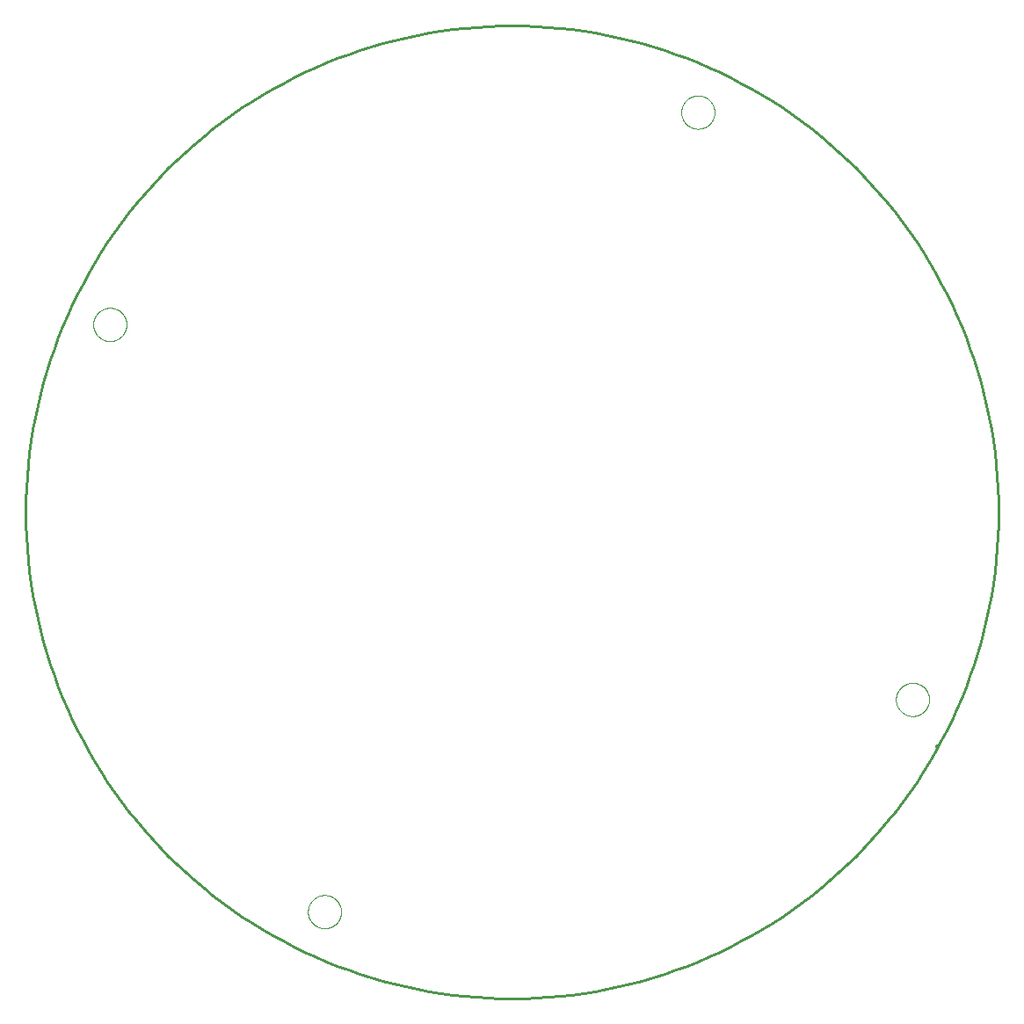
<source format=gtp>
G04 EAGLE Gerber X2 export*
G75*
%MOMM*%
%FSLAX34Y34*%
%LPD*%
%AMOC8*
5,1,8,0,0,1.08239X$1,22.5*%
G01*
%ADD10C,0.254000*%
%ADD11C,0.406400*%
%ADD12C,0.000000*%


D10*
X-468441Y-1524D02*
X-468300Y9972D01*
X-467877Y21461D01*
X-467172Y32937D01*
X-466185Y44391D01*
X-464918Y55818D01*
X-463371Y67211D01*
X-461544Y78562D01*
X-459440Y89864D01*
X-457059Y101112D01*
X-454402Y112298D01*
X-451472Y123415D01*
X-448270Y134457D01*
X-444798Y145417D01*
X-441058Y156289D01*
X-437052Y167066D01*
X-432783Y177741D01*
X-428253Y188308D01*
X-423466Y198760D01*
X-418423Y209092D01*
X-413128Y219298D01*
X-407584Y229370D01*
X-401795Y239303D01*
X-395764Y249091D01*
X-389494Y258728D01*
X-382990Y268208D01*
X-376255Y277526D01*
X-369294Y286676D01*
X-362110Y295652D01*
X-354708Y304449D01*
X-347092Y313062D01*
X-339267Y321485D01*
X-331238Y329714D01*
X-323009Y337743D01*
X-314586Y345568D01*
X-305973Y353184D01*
X-297176Y360586D01*
X-288200Y367770D01*
X-279050Y374731D01*
X-269732Y381466D01*
X-260252Y387970D01*
X-250615Y394240D01*
X-240827Y400271D01*
X-230894Y406060D01*
X-220822Y411604D01*
X-210616Y416899D01*
X-200284Y421942D01*
X-189832Y426729D01*
X-179265Y431259D01*
X-168590Y435528D01*
X-157813Y439534D01*
X-146941Y443274D01*
X-135981Y446746D01*
X-124939Y449948D01*
X-113822Y452878D01*
X-102636Y455535D01*
X-91388Y457916D01*
X-80086Y460020D01*
X-68735Y461847D01*
X-57342Y463394D01*
X-45915Y464661D01*
X-34461Y465648D01*
X-22985Y466353D01*
X-11496Y466776D01*
X0Y466917D01*
X11496Y466776D01*
X22985Y466353D01*
X34461Y465648D01*
X45915Y464661D01*
X57342Y463394D01*
X68735Y461847D01*
X80086Y460020D01*
X91388Y457916D01*
X102636Y455535D01*
X113822Y452878D01*
X124939Y449948D01*
X135981Y446746D01*
X146941Y443274D01*
X157813Y439534D01*
X168590Y435528D01*
X179265Y431259D01*
X189832Y426729D01*
X200284Y421942D01*
X210616Y416899D01*
X220822Y411604D01*
X230894Y406060D01*
X240827Y400271D01*
X250615Y394240D01*
X260252Y387970D01*
X269732Y381466D01*
X279050Y374731D01*
X288200Y367770D01*
X297176Y360586D01*
X305973Y353184D01*
X314586Y345568D01*
X323009Y337743D01*
X331238Y329714D01*
X339267Y321485D01*
X347092Y313062D01*
X354708Y304449D01*
X362110Y295652D01*
X369294Y286676D01*
X376255Y277526D01*
X382990Y268208D01*
X389494Y258728D01*
X395764Y249091D01*
X401795Y239303D01*
X407584Y229370D01*
X413128Y219298D01*
X418423Y209092D01*
X423466Y198760D01*
X428253Y188308D01*
X432783Y177741D01*
X437052Y167066D01*
X441058Y156289D01*
X444798Y145417D01*
X448270Y134457D01*
X451472Y123415D01*
X454402Y112298D01*
X457059Y101112D01*
X459440Y89864D01*
X461544Y78562D01*
X463371Y67211D01*
X464918Y55818D01*
X466185Y44391D01*
X467172Y32937D01*
X467877Y21461D01*
X468300Y9972D01*
X468441Y-1524D01*
X468300Y-13020D01*
X467877Y-24509D01*
X467172Y-35985D01*
X466185Y-47439D01*
X464918Y-58866D01*
X463371Y-70259D01*
X461544Y-81610D01*
X459440Y-92912D01*
X457059Y-104160D01*
X454402Y-115346D01*
X451472Y-126463D01*
X448270Y-137505D01*
X444798Y-148465D01*
X441058Y-159337D01*
X437052Y-170114D01*
X432783Y-180789D01*
X428253Y-191356D01*
X423466Y-201808D01*
X418423Y-212140D01*
X413128Y-222346D01*
X407584Y-232418D01*
X401795Y-242351D01*
X395764Y-252139D01*
X389494Y-261776D01*
X382990Y-271256D01*
X376255Y-280574D01*
X369294Y-289724D01*
X362110Y-298700D01*
X354708Y-307497D01*
X347092Y-316110D01*
X339267Y-324533D01*
X331238Y-332762D01*
X323009Y-340791D01*
X314586Y-348616D01*
X305973Y-356232D01*
X297176Y-363634D01*
X288200Y-370818D01*
X279050Y-377779D01*
X269732Y-384514D01*
X260252Y-391018D01*
X250615Y-397288D01*
X240827Y-403319D01*
X230894Y-409108D01*
X220822Y-414652D01*
X210616Y-419947D01*
X200284Y-424990D01*
X189832Y-429777D01*
X179265Y-434307D01*
X168590Y-438576D01*
X157813Y-442582D01*
X146941Y-446322D01*
X135981Y-449794D01*
X124939Y-452996D01*
X113822Y-455926D01*
X102636Y-458583D01*
X91388Y-460964D01*
X80086Y-463068D01*
X68735Y-464895D01*
X57342Y-466442D01*
X45915Y-467709D01*
X34461Y-468696D01*
X22985Y-469401D01*
X11496Y-469824D01*
X0Y-469965D01*
X-11496Y-469824D01*
X-22985Y-469401D01*
X-34461Y-468696D01*
X-45915Y-467709D01*
X-57342Y-466442D01*
X-68735Y-464895D01*
X-80086Y-463068D01*
X-91388Y-460964D01*
X-102636Y-458583D01*
X-113822Y-455926D01*
X-124939Y-452996D01*
X-135981Y-449794D01*
X-146941Y-446322D01*
X-157813Y-442582D01*
X-168590Y-438576D01*
X-179265Y-434307D01*
X-189832Y-429777D01*
X-200284Y-424990D01*
X-210616Y-419947D01*
X-220822Y-414652D01*
X-230894Y-409108D01*
X-240827Y-403319D01*
X-250615Y-397288D01*
X-260252Y-391018D01*
X-269732Y-384514D01*
X-279050Y-377779D01*
X-288200Y-370818D01*
X-297176Y-363634D01*
X-305973Y-356232D01*
X-314586Y-348616D01*
X-323009Y-340791D01*
X-331238Y-332762D01*
X-339267Y-324533D01*
X-347092Y-316110D01*
X-354708Y-307497D01*
X-362110Y-298700D01*
X-369294Y-289724D01*
X-376255Y-280574D01*
X-382990Y-271256D01*
X-389494Y-261776D01*
X-395764Y-252139D01*
X-401795Y-242351D01*
X-407584Y-232418D01*
X-413128Y-222346D01*
X-418423Y-212140D01*
X-423466Y-201808D01*
X-428253Y-191356D01*
X-432783Y-180789D01*
X-437052Y-170114D01*
X-441058Y-159337D01*
X-444798Y-148465D01*
X-448270Y-137505D01*
X-451472Y-126463D01*
X-454402Y-115346D01*
X-457059Y-104160D01*
X-459440Y-92912D01*
X-461544Y-81610D01*
X-463371Y-70259D01*
X-464918Y-58866D01*
X-466185Y-47439D01*
X-467172Y-35985D01*
X-467877Y-24509D01*
X-468300Y-13020D01*
X-468441Y-1524D01*
D11*
X409634Y-227580D02*
X409742Y-227350D01*
D12*
X163070Y383540D02*
X163075Y383933D01*
X163089Y384325D01*
X163113Y384717D01*
X163147Y385108D01*
X163190Y385499D01*
X163243Y385888D01*
X163306Y386275D01*
X163377Y386661D01*
X163459Y387046D01*
X163549Y387428D01*
X163650Y387807D01*
X163759Y388185D01*
X163878Y388559D01*
X164005Y388930D01*
X164142Y389298D01*
X164288Y389663D01*
X164443Y390024D01*
X164606Y390381D01*
X164778Y390734D01*
X164959Y391082D01*
X165149Y391426D01*
X165346Y391766D01*
X165552Y392100D01*
X165766Y392429D01*
X165989Y392753D01*
X166219Y393071D01*
X166456Y393384D01*
X166702Y393690D01*
X166955Y393991D01*
X167215Y394285D01*
X167482Y394573D01*
X167756Y394854D01*
X168037Y395128D01*
X168325Y395395D01*
X168619Y395655D01*
X168920Y395908D01*
X169226Y396154D01*
X169539Y396391D01*
X169857Y396621D01*
X170181Y396844D01*
X170510Y397058D01*
X170844Y397264D01*
X171184Y397461D01*
X171528Y397651D01*
X171876Y397832D01*
X172229Y398004D01*
X172586Y398167D01*
X172947Y398322D01*
X173312Y398468D01*
X173680Y398605D01*
X174051Y398732D01*
X174425Y398851D01*
X174803Y398960D01*
X175182Y399061D01*
X175564Y399151D01*
X175949Y399233D01*
X176335Y399304D01*
X176722Y399367D01*
X177111Y399420D01*
X177502Y399463D01*
X177893Y399497D01*
X178285Y399521D01*
X178677Y399535D01*
X179070Y399540D01*
X179463Y399535D01*
X179855Y399521D01*
X180247Y399497D01*
X180638Y399463D01*
X181029Y399420D01*
X181418Y399367D01*
X181805Y399304D01*
X182191Y399233D01*
X182576Y399151D01*
X182958Y399061D01*
X183337Y398960D01*
X183715Y398851D01*
X184089Y398732D01*
X184460Y398605D01*
X184828Y398468D01*
X185193Y398322D01*
X185554Y398167D01*
X185911Y398004D01*
X186264Y397832D01*
X186612Y397651D01*
X186956Y397461D01*
X187296Y397264D01*
X187630Y397058D01*
X187959Y396844D01*
X188283Y396621D01*
X188601Y396391D01*
X188914Y396154D01*
X189220Y395908D01*
X189521Y395655D01*
X189815Y395395D01*
X190103Y395128D01*
X190384Y394854D01*
X190658Y394573D01*
X190925Y394285D01*
X191185Y393991D01*
X191438Y393690D01*
X191684Y393384D01*
X191921Y393071D01*
X192151Y392753D01*
X192374Y392429D01*
X192588Y392100D01*
X192794Y391766D01*
X192991Y391426D01*
X193181Y391082D01*
X193362Y390734D01*
X193534Y390381D01*
X193697Y390024D01*
X193852Y389663D01*
X193998Y389298D01*
X194135Y388930D01*
X194262Y388559D01*
X194381Y388185D01*
X194490Y387807D01*
X194591Y387428D01*
X194681Y387046D01*
X194763Y386661D01*
X194834Y386275D01*
X194897Y385888D01*
X194950Y385499D01*
X194993Y385108D01*
X195027Y384717D01*
X195051Y384325D01*
X195065Y383933D01*
X195070Y383540D01*
X195065Y383147D01*
X195051Y382755D01*
X195027Y382363D01*
X194993Y381972D01*
X194950Y381581D01*
X194897Y381192D01*
X194834Y380805D01*
X194763Y380419D01*
X194681Y380034D01*
X194591Y379652D01*
X194490Y379273D01*
X194381Y378895D01*
X194262Y378521D01*
X194135Y378150D01*
X193998Y377782D01*
X193852Y377417D01*
X193697Y377056D01*
X193534Y376699D01*
X193362Y376346D01*
X193181Y375998D01*
X192991Y375654D01*
X192794Y375314D01*
X192588Y374980D01*
X192374Y374651D01*
X192151Y374327D01*
X191921Y374009D01*
X191684Y373696D01*
X191438Y373390D01*
X191185Y373089D01*
X190925Y372795D01*
X190658Y372507D01*
X190384Y372226D01*
X190103Y371952D01*
X189815Y371685D01*
X189521Y371425D01*
X189220Y371172D01*
X188914Y370926D01*
X188601Y370689D01*
X188283Y370459D01*
X187959Y370236D01*
X187630Y370022D01*
X187296Y369816D01*
X186956Y369619D01*
X186612Y369429D01*
X186264Y369248D01*
X185911Y369076D01*
X185554Y368913D01*
X185193Y368758D01*
X184828Y368612D01*
X184460Y368475D01*
X184089Y368348D01*
X183715Y368229D01*
X183337Y368120D01*
X182958Y368019D01*
X182576Y367929D01*
X182191Y367847D01*
X181805Y367776D01*
X181418Y367713D01*
X181029Y367660D01*
X180638Y367617D01*
X180247Y367583D01*
X179855Y367559D01*
X179463Y367545D01*
X179070Y367540D01*
X178677Y367545D01*
X178285Y367559D01*
X177893Y367583D01*
X177502Y367617D01*
X177111Y367660D01*
X176722Y367713D01*
X176335Y367776D01*
X175949Y367847D01*
X175564Y367929D01*
X175182Y368019D01*
X174803Y368120D01*
X174425Y368229D01*
X174051Y368348D01*
X173680Y368475D01*
X173312Y368612D01*
X172947Y368758D01*
X172586Y368913D01*
X172229Y369076D01*
X171876Y369248D01*
X171528Y369429D01*
X171184Y369619D01*
X170844Y369816D01*
X170510Y370022D01*
X170181Y370236D01*
X169857Y370459D01*
X169539Y370689D01*
X169226Y370926D01*
X168920Y371172D01*
X168619Y371425D01*
X168325Y371685D01*
X168037Y371952D01*
X167756Y372226D01*
X167482Y372507D01*
X167215Y372795D01*
X166955Y373089D01*
X166702Y373390D01*
X166456Y373696D01*
X166219Y374009D01*
X165989Y374327D01*
X165766Y374651D01*
X165552Y374980D01*
X165346Y375314D01*
X165149Y375654D01*
X164959Y375998D01*
X164778Y376346D01*
X164606Y376699D01*
X164443Y377056D01*
X164288Y377417D01*
X164142Y377782D01*
X164005Y378150D01*
X163878Y378521D01*
X163759Y378895D01*
X163650Y379273D01*
X163549Y379652D01*
X163459Y380034D01*
X163377Y380419D01*
X163306Y380805D01*
X163243Y381192D01*
X163190Y381581D01*
X163147Y381972D01*
X163113Y382363D01*
X163089Y382755D01*
X163075Y383147D01*
X163070Y383540D01*
X369826Y-182118D02*
X369831Y-181725D01*
X369845Y-181333D01*
X369869Y-180941D01*
X369903Y-180550D01*
X369946Y-180159D01*
X369999Y-179770D01*
X370062Y-179383D01*
X370133Y-178997D01*
X370215Y-178612D01*
X370305Y-178230D01*
X370406Y-177851D01*
X370515Y-177473D01*
X370634Y-177099D01*
X370761Y-176728D01*
X370898Y-176360D01*
X371044Y-175995D01*
X371199Y-175634D01*
X371362Y-175277D01*
X371534Y-174924D01*
X371715Y-174576D01*
X371905Y-174232D01*
X372102Y-173892D01*
X372308Y-173558D01*
X372522Y-173229D01*
X372745Y-172905D01*
X372975Y-172587D01*
X373212Y-172274D01*
X373458Y-171968D01*
X373711Y-171667D01*
X373971Y-171373D01*
X374238Y-171085D01*
X374512Y-170804D01*
X374793Y-170530D01*
X375081Y-170263D01*
X375375Y-170003D01*
X375676Y-169750D01*
X375982Y-169504D01*
X376295Y-169267D01*
X376613Y-169037D01*
X376937Y-168814D01*
X377266Y-168600D01*
X377600Y-168394D01*
X377940Y-168197D01*
X378284Y-168007D01*
X378632Y-167826D01*
X378985Y-167654D01*
X379342Y-167491D01*
X379703Y-167336D01*
X380068Y-167190D01*
X380436Y-167053D01*
X380807Y-166926D01*
X381181Y-166807D01*
X381559Y-166698D01*
X381938Y-166597D01*
X382320Y-166507D01*
X382705Y-166425D01*
X383091Y-166354D01*
X383478Y-166291D01*
X383867Y-166238D01*
X384258Y-166195D01*
X384649Y-166161D01*
X385041Y-166137D01*
X385433Y-166123D01*
X385826Y-166118D01*
X386219Y-166123D01*
X386611Y-166137D01*
X387003Y-166161D01*
X387394Y-166195D01*
X387785Y-166238D01*
X388174Y-166291D01*
X388561Y-166354D01*
X388947Y-166425D01*
X389332Y-166507D01*
X389714Y-166597D01*
X390093Y-166698D01*
X390471Y-166807D01*
X390845Y-166926D01*
X391216Y-167053D01*
X391584Y-167190D01*
X391949Y-167336D01*
X392310Y-167491D01*
X392667Y-167654D01*
X393020Y-167826D01*
X393368Y-168007D01*
X393712Y-168197D01*
X394052Y-168394D01*
X394386Y-168600D01*
X394715Y-168814D01*
X395039Y-169037D01*
X395357Y-169267D01*
X395670Y-169504D01*
X395976Y-169750D01*
X396277Y-170003D01*
X396571Y-170263D01*
X396859Y-170530D01*
X397140Y-170804D01*
X397414Y-171085D01*
X397681Y-171373D01*
X397941Y-171667D01*
X398194Y-171968D01*
X398440Y-172274D01*
X398677Y-172587D01*
X398907Y-172905D01*
X399130Y-173229D01*
X399344Y-173558D01*
X399550Y-173892D01*
X399747Y-174232D01*
X399937Y-174576D01*
X400118Y-174924D01*
X400290Y-175277D01*
X400453Y-175634D01*
X400608Y-175995D01*
X400754Y-176360D01*
X400891Y-176728D01*
X401018Y-177099D01*
X401137Y-177473D01*
X401246Y-177851D01*
X401347Y-178230D01*
X401437Y-178612D01*
X401519Y-178997D01*
X401590Y-179383D01*
X401653Y-179770D01*
X401706Y-180159D01*
X401749Y-180550D01*
X401783Y-180941D01*
X401807Y-181333D01*
X401821Y-181725D01*
X401826Y-182118D01*
X401821Y-182511D01*
X401807Y-182903D01*
X401783Y-183295D01*
X401749Y-183686D01*
X401706Y-184077D01*
X401653Y-184466D01*
X401590Y-184853D01*
X401519Y-185239D01*
X401437Y-185624D01*
X401347Y-186006D01*
X401246Y-186385D01*
X401137Y-186763D01*
X401018Y-187137D01*
X400891Y-187508D01*
X400754Y-187876D01*
X400608Y-188241D01*
X400453Y-188602D01*
X400290Y-188959D01*
X400118Y-189312D01*
X399937Y-189660D01*
X399747Y-190004D01*
X399550Y-190344D01*
X399344Y-190678D01*
X399130Y-191007D01*
X398907Y-191331D01*
X398677Y-191649D01*
X398440Y-191962D01*
X398194Y-192268D01*
X397941Y-192569D01*
X397681Y-192863D01*
X397414Y-193151D01*
X397140Y-193432D01*
X396859Y-193706D01*
X396571Y-193973D01*
X396277Y-194233D01*
X395976Y-194486D01*
X395670Y-194732D01*
X395357Y-194969D01*
X395039Y-195199D01*
X394715Y-195422D01*
X394386Y-195636D01*
X394052Y-195842D01*
X393712Y-196039D01*
X393368Y-196229D01*
X393020Y-196410D01*
X392667Y-196582D01*
X392310Y-196745D01*
X391949Y-196900D01*
X391584Y-197046D01*
X391216Y-197183D01*
X390845Y-197310D01*
X390471Y-197429D01*
X390093Y-197538D01*
X389714Y-197639D01*
X389332Y-197729D01*
X388947Y-197811D01*
X388561Y-197882D01*
X388174Y-197945D01*
X387785Y-197998D01*
X387394Y-198041D01*
X387003Y-198075D01*
X386611Y-198099D01*
X386219Y-198113D01*
X385826Y-198118D01*
X385433Y-198113D01*
X385041Y-198099D01*
X384649Y-198075D01*
X384258Y-198041D01*
X383867Y-197998D01*
X383478Y-197945D01*
X383091Y-197882D01*
X382705Y-197811D01*
X382320Y-197729D01*
X381938Y-197639D01*
X381559Y-197538D01*
X381181Y-197429D01*
X380807Y-197310D01*
X380436Y-197183D01*
X380068Y-197046D01*
X379703Y-196900D01*
X379342Y-196745D01*
X378985Y-196582D01*
X378632Y-196410D01*
X378284Y-196229D01*
X377940Y-196039D01*
X377600Y-195842D01*
X377266Y-195636D01*
X376937Y-195422D01*
X376613Y-195199D01*
X376295Y-194969D01*
X375982Y-194732D01*
X375676Y-194486D01*
X375375Y-194233D01*
X375081Y-193973D01*
X374793Y-193706D01*
X374512Y-193432D01*
X374238Y-193151D01*
X373971Y-192863D01*
X373711Y-192569D01*
X373458Y-192268D01*
X373212Y-191962D01*
X372975Y-191649D01*
X372745Y-191331D01*
X372522Y-191007D01*
X372308Y-190678D01*
X372102Y-190344D01*
X371905Y-190004D01*
X371715Y-189660D01*
X371534Y-189312D01*
X371362Y-188959D01*
X371199Y-188602D01*
X371044Y-188241D01*
X370898Y-187876D01*
X370761Y-187508D01*
X370634Y-187137D01*
X370515Y-186763D01*
X370406Y-186385D01*
X370305Y-186006D01*
X370215Y-185624D01*
X370133Y-185239D01*
X370062Y-184853D01*
X369999Y-184466D01*
X369946Y-184077D01*
X369903Y-183686D01*
X369869Y-183295D01*
X369845Y-182903D01*
X369831Y-182511D01*
X369826Y-182118D01*
X-403350Y179070D02*
X-403345Y179463D01*
X-403331Y179855D01*
X-403307Y180247D01*
X-403273Y180638D01*
X-403230Y181029D01*
X-403177Y181418D01*
X-403114Y181805D01*
X-403043Y182191D01*
X-402961Y182576D01*
X-402871Y182958D01*
X-402770Y183337D01*
X-402661Y183715D01*
X-402542Y184089D01*
X-402415Y184460D01*
X-402278Y184828D01*
X-402132Y185193D01*
X-401977Y185554D01*
X-401814Y185911D01*
X-401642Y186264D01*
X-401461Y186612D01*
X-401271Y186956D01*
X-401074Y187296D01*
X-400868Y187630D01*
X-400654Y187959D01*
X-400431Y188283D01*
X-400201Y188601D01*
X-399964Y188914D01*
X-399718Y189220D01*
X-399465Y189521D01*
X-399205Y189815D01*
X-398938Y190103D01*
X-398664Y190384D01*
X-398383Y190658D01*
X-398095Y190925D01*
X-397801Y191185D01*
X-397500Y191438D01*
X-397194Y191684D01*
X-396881Y191921D01*
X-396563Y192151D01*
X-396239Y192374D01*
X-395910Y192588D01*
X-395576Y192794D01*
X-395236Y192991D01*
X-394892Y193181D01*
X-394544Y193362D01*
X-394191Y193534D01*
X-393834Y193697D01*
X-393473Y193852D01*
X-393108Y193998D01*
X-392740Y194135D01*
X-392369Y194262D01*
X-391995Y194381D01*
X-391617Y194490D01*
X-391238Y194591D01*
X-390856Y194681D01*
X-390471Y194763D01*
X-390085Y194834D01*
X-389698Y194897D01*
X-389309Y194950D01*
X-388918Y194993D01*
X-388527Y195027D01*
X-388135Y195051D01*
X-387743Y195065D01*
X-387350Y195070D01*
X-386957Y195065D01*
X-386565Y195051D01*
X-386173Y195027D01*
X-385782Y194993D01*
X-385391Y194950D01*
X-385002Y194897D01*
X-384615Y194834D01*
X-384229Y194763D01*
X-383844Y194681D01*
X-383462Y194591D01*
X-383083Y194490D01*
X-382705Y194381D01*
X-382331Y194262D01*
X-381960Y194135D01*
X-381592Y193998D01*
X-381227Y193852D01*
X-380866Y193697D01*
X-380509Y193534D01*
X-380156Y193362D01*
X-379808Y193181D01*
X-379464Y192991D01*
X-379124Y192794D01*
X-378790Y192588D01*
X-378461Y192374D01*
X-378137Y192151D01*
X-377819Y191921D01*
X-377506Y191684D01*
X-377200Y191438D01*
X-376899Y191185D01*
X-376605Y190925D01*
X-376317Y190658D01*
X-376036Y190384D01*
X-375762Y190103D01*
X-375495Y189815D01*
X-375235Y189521D01*
X-374982Y189220D01*
X-374736Y188914D01*
X-374499Y188601D01*
X-374269Y188283D01*
X-374046Y187959D01*
X-373832Y187630D01*
X-373626Y187296D01*
X-373429Y186956D01*
X-373239Y186612D01*
X-373058Y186264D01*
X-372886Y185911D01*
X-372723Y185554D01*
X-372568Y185193D01*
X-372422Y184828D01*
X-372285Y184460D01*
X-372158Y184089D01*
X-372039Y183715D01*
X-371930Y183337D01*
X-371829Y182958D01*
X-371739Y182576D01*
X-371657Y182191D01*
X-371586Y181805D01*
X-371523Y181418D01*
X-371470Y181029D01*
X-371427Y180638D01*
X-371393Y180247D01*
X-371369Y179855D01*
X-371355Y179463D01*
X-371350Y179070D01*
X-371355Y178677D01*
X-371369Y178285D01*
X-371393Y177893D01*
X-371427Y177502D01*
X-371470Y177111D01*
X-371523Y176722D01*
X-371586Y176335D01*
X-371657Y175949D01*
X-371739Y175564D01*
X-371829Y175182D01*
X-371930Y174803D01*
X-372039Y174425D01*
X-372158Y174051D01*
X-372285Y173680D01*
X-372422Y173312D01*
X-372568Y172947D01*
X-372723Y172586D01*
X-372886Y172229D01*
X-373058Y171876D01*
X-373239Y171528D01*
X-373429Y171184D01*
X-373626Y170844D01*
X-373832Y170510D01*
X-374046Y170181D01*
X-374269Y169857D01*
X-374499Y169539D01*
X-374736Y169226D01*
X-374982Y168920D01*
X-375235Y168619D01*
X-375495Y168325D01*
X-375762Y168037D01*
X-376036Y167756D01*
X-376317Y167482D01*
X-376605Y167215D01*
X-376899Y166955D01*
X-377200Y166702D01*
X-377506Y166456D01*
X-377819Y166219D01*
X-378137Y165989D01*
X-378461Y165766D01*
X-378790Y165552D01*
X-379124Y165346D01*
X-379464Y165149D01*
X-379808Y164959D01*
X-380156Y164778D01*
X-380509Y164606D01*
X-380866Y164443D01*
X-381227Y164288D01*
X-381592Y164142D01*
X-381960Y164005D01*
X-382331Y163878D01*
X-382705Y163759D01*
X-383083Y163650D01*
X-383462Y163549D01*
X-383844Y163459D01*
X-384229Y163377D01*
X-384615Y163306D01*
X-385002Y163243D01*
X-385391Y163190D01*
X-385782Y163147D01*
X-386173Y163113D01*
X-386565Y163089D01*
X-386957Y163075D01*
X-387350Y163070D01*
X-387743Y163075D01*
X-388135Y163089D01*
X-388527Y163113D01*
X-388918Y163147D01*
X-389309Y163190D01*
X-389698Y163243D01*
X-390085Y163306D01*
X-390471Y163377D01*
X-390856Y163459D01*
X-391238Y163549D01*
X-391617Y163650D01*
X-391995Y163759D01*
X-392369Y163878D01*
X-392740Y164005D01*
X-393108Y164142D01*
X-393473Y164288D01*
X-393834Y164443D01*
X-394191Y164606D01*
X-394544Y164778D01*
X-394892Y164959D01*
X-395236Y165149D01*
X-395576Y165346D01*
X-395910Y165552D01*
X-396239Y165766D01*
X-396563Y165989D01*
X-396881Y166219D01*
X-397194Y166456D01*
X-397500Y166702D01*
X-397801Y166955D01*
X-398095Y167215D01*
X-398383Y167482D01*
X-398664Y167756D01*
X-398938Y168037D01*
X-399205Y168325D01*
X-399465Y168619D01*
X-399718Y168920D01*
X-399964Y169226D01*
X-400201Y169539D01*
X-400431Y169857D01*
X-400654Y170181D01*
X-400868Y170510D01*
X-401074Y170844D01*
X-401271Y171184D01*
X-401461Y171528D01*
X-401642Y171876D01*
X-401814Y172229D01*
X-401977Y172586D01*
X-402132Y172947D01*
X-402278Y173312D01*
X-402415Y173680D01*
X-402542Y174051D01*
X-402661Y174425D01*
X-402770Y174803D01*
X-402871Y175182D01*
X-402961Y175564D01*
X-403043Y175949D01*
X-403114Y176335D01*
X-403177Y176722D01*
X-403230Y177111D01*
X-403273Y177502D01*
X-403307Y177893D01*
X-403331Y178285D01*
X-403345Y178677D01*
X-403350Y179070D01*
X-196594Y-386588D02*
X-196589Y-386195D01*
X-196575Y-385803D01*
X-196551Y-385411D01*
X-196517Y-385020D01*
X-196474Y-384629D01*
X-196421Y-384240D01*
X-196358Y-383853D01*
X-196287Y-383467D01*
X-196205Y-383082D01*
X-196115Y-382700D01*
X-196014Y-382321D01*
X-195905Y-381943D01*
X-195786Y-381569D01*
X-195659Y-381198D01*
X-195522Y-380830D01*
X-195376Y-380465D01*
X-195221Y-380104D01*
X-195058Y-379747D01*
X-194886Y-379394D01*
X-194705Y-379046D01*
X-194515Y-378702D01*
X-194318Y-378362D01*
X-194112Y-378028D01*
X-193898Y-377699D01*
X-193675Y-377375D01*
X-193445Y-377057D01*
X-193208Y-376744D01*
X-192962Y-376438D01*
X-192709Y-376137D01*
X-192449Y-375843D01*
X-192182Y-375555D01*
X-191908Y-375274D01*
X-191627Y-375000D01*
X-191339Y-374733D01*
X-191045Y-374473D01*
X-190744Y-374220D01*
X-190438Y-373974D01*
X-190125Y-373737D01*
X-189807Y-373507D01*
X-189483Y-373284D01*
X-189154Y-373070D01*
X-188820Y-372864D01*
X-188480Y-372667D01*
X-188136Y-372477D01*
X-187788Y-372296D01*
X-187435Y-372124D01*
X-187078Y-371961D01*
X-186717Y-371806D01*
X-186352Y-371660D01*
X-185984Y-371523D01*
X-185613Y-371396D01*
X-185239Y-371277D01*
X-184861Y-371168D01*
X-184482Y-371067D01*
X-184100Y-370977D01*
X-183715Y-370895D01*
X-183329Y-370824D01*
X-182942Y-370761D01*
X-182553Y-370708D01*
X-182162Y-370665D01*
X-181771Y-370631D01*
X-181379Y-370607D01*
X-180987Y-370593D01*
X-180594Y-370588D01*
X-180201Y-370593D01*
X-179809Y-370607D01*
X-179417Y-370631D01*
X-179026Y-370665D01*
X-178635Y-370708D01*
X-178246Y-370761D01*
X-177859Y-370824D01*
X-177473Y-370895D01*
X-177088Y-370977D01*
X-176706Y-371067D01*
X-176327Y-371168D01*
X-175949Y-371277D01*
X-175575Y-371396D01*
X-175204Y-371523D01*
X-174836Y-371660D01*
X-174471Y-371806D01*
X-174110Y-371961D01*
X-173753Y-372124D01*
X-173400Y-372296D01*
X-173052Y-372477D01*
X-172708Y-372667D01*
X-172368Y-372864D01*
X-172034Y-373070D01*
X-171705Y-373284D01*
X-171381Y-373507D01*
X-171063Y-373737D01*
X-170750Y-373974D01*
X-170444Y-374220D01*
X-170143Y-374473D01*
X-169849Y-374733D01*
X-169561Y-375000D01*
X-169280Y-375274D01*
X-169006Y-375555D01*
X-168739Y-375843D01*
X-168479Y-376137D01*
X-168226Y-376438D01*
X-167980Y-376744D01*
X-167743Y-377057D01*
X-167513Y-377375D01*
X-167290Y-377699D01*
X-167076Y-378028D01*
X-166870Y-378362D01*
X-166673Y-378702D01*
X-166483Y-379046D01*
X-166302Y-379394D01*
X-166130Y-379747D01*
X-165967Y-380104D01*
X-165812Y-380465D01*
X-165666Y-380830D01*
X-165529Y-381198D01*
X-165402Y-381569D01*
X-165283Y-381943D01*
X-165174Y-382321D01*
X-165073Y-382700D01*
X-164983Y-383082D01*
X-164901Y-383467D01*
X-164830Y-383853D01*
X-164767Y-384240D01*
X-164714Y-384629D01*
X-164671Y-385020D01*
X-164637Y-385411D01*
X-164613Y-385803D01*
X-164599Y-386195D01*
X-164594Y-386588D01*
X-164599Y-386981D01*
X-164613Y-387373D01*
X-164637Y-387765D01*
X-164671Y-388156D01*
X-164714Y-388547D01*
X-164767Y-388936D01*
X-164830Y-389323D01*
X-164901Y-389709D01*
X-164983Y-390094D01*
X-165073Y-390476D01*
X-165174Y-390855D01*
X-165283Y-391233D01*
X-165402Y-391607D01*
X-165529Y-391978D01*
X-165666Y-392346D01*
X-165812Y-392711D01*
X-165967Y-393072D01*
X-166130Y-393429D01*
X-166302Y-393782D01*
X-166483Y-394130D01*
X-166673Y-394474D01*
X-166870Y-394814D01*
X-167076Y-395148D01*
X-167290Y-395477D01*
X-167513Y-395801D01*
X-167743Y-396119D01*
X-167980Y-396432D01*
X-168226Y-396738D01*
X-168479Y-397039D01*
X-168739Y-397333D01*
X-169006Y-397621D01*
X-169280Y-397902D01*
X-169561Y-398176D01*
X-169849Y-398443D01*
X-170143Y-398703D01*
X-170444Y-398956D01*
X-170750Y-399202D01*
X-171063Y-399439D01*
X-171381Y-399669D01*
X-171705Y-399892D01*
X-172034Y-400106D01*
X-172368Y-400312D01*
X-172708Y-400509D01*
X-173052Y-400699D01*
X-173400Y-400880D01*
X-173753Y-401052D01*
X-174110Y-401215D01*
X-174471Y-401370D01*
X-174836Y-401516D01*
X-175204Y-401653D01*
X-175575Y-401780D01*
X-175949Y-401899D01*
X-176327Y-402008D01*
X-176706Y-402109D01*
X-177088Y-402199D01*
X-177473Y-402281D01*
X-177859Y-402352D01*
X-178246Y-402415D01*
X-178635Y-402468D01*
X-179026Y-402511D01*
X-179417Y-402545D01*
X-179809Y-402569D01*
X-180201Y-402583D01*
X-180594Y-402588D01*
X-180987Y-402583D01*
X-181379Y-402569D01*
X-181771Y-402545D01*
X-182162Y-402511D01*
X-182553Y-402468D01*
X-182942Y-402415D01*
X-183329Y-402352D01*
X-183715Y-402281D01*
X-184100Y-402199D01*
X-184482Y-402109D01*
X-184861Y-402008D01*
X-185239Y-401899D01*
X-185613Y-401780D01*
X-185984Y-401653D01*
X-186352Y-401516D01*
X-186717Y-401370D01*
X-187078Y-401215D01*
X-187435Y-401052D01*
X-187788Y-400880D01*
X-188136Y-400699D01*
X-188480Y-400509D01*
X-188820Y-400312D01*
X-189154Y-400106D01*
X-189483Y-399892D01*
X-189807Y-399669D01*
X-190125Y-399439D01*
X-190438Y-399202D01*
X-190744Y-398956D01*
X-191045Y-398703D01*
X-191339Y-398443D01*
X-191627Y-398176D01*
X-191908Y-397902D01*
X-192182Y-397621D01*
X-192449Y-397333D01*
X-192709Y-397039D01*
X-192962Y-396738D01*
X-193208Y-396432D01*
X-193445Y-396119D01*
X-193675Y-395801D01*
X-193898Y-395477D01*
X-194112Y-395148D01*
X-194318Y-394814D01*
X-194515Y-394474D01*
X-194705Y-394130D01*
X-194886Y-393782D01*
X-195058Y-393429D01*
X-195221Y-393072D01*
X-195376Y-392711D01*
X-195522Y-392346D01*
X-195659Y-391978D01*
X-195786Y-391607D01*
X-195905Y-391233D01*
X-196014Y-390855D01*
X-196115Y-390476D01*
X-196205Y-390094D01*
X-196287Y-389709D01*
X-196358Y-389323D01*
X-196421Y-388936D01*
X-196474Y-388547D01*
X-196517Y-388156D01*
X-196551Y-387765D01*
X-196575Y-387373D01*
X-196589Y-386981D01*
X-196594Y-386588D01*
M02*

</source>
